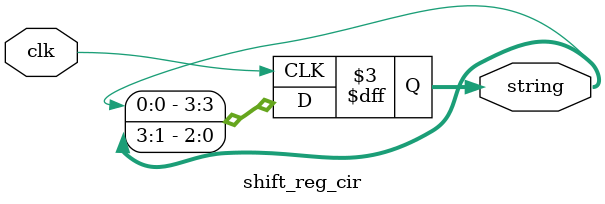
<source format=v>
`timescale 1ns / 1ns

module shift_reg_cir(string, clk);

output reg [3:0] string = 4'b1000;
input clk;

always @(posedge clk)
begin
    string[2] <= string[3];
    string[1] <= string[2];
    string[0] <= string[1];
    string[3] <= string[0];
end

endmodule

</source>
